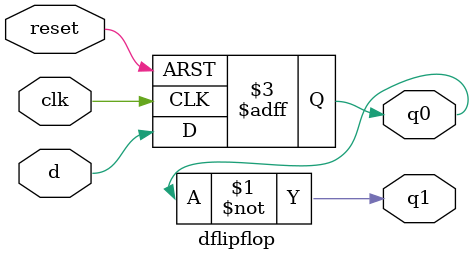
<source format=v>
module dflipflop (clk, reset,
  d, q0, q1);
  input      clk;
  input      reset;
  input      d;
  output     q0;
  output     q1;

  reg        q0;

  assign q1 = ~q0;

  always @(posedge clk or posedge reset)
  begin
    if (reset) begin
      q0 <= 1'b0;
    end else begin
      q0 <= d;
    end
  end
endmodule
</source>
